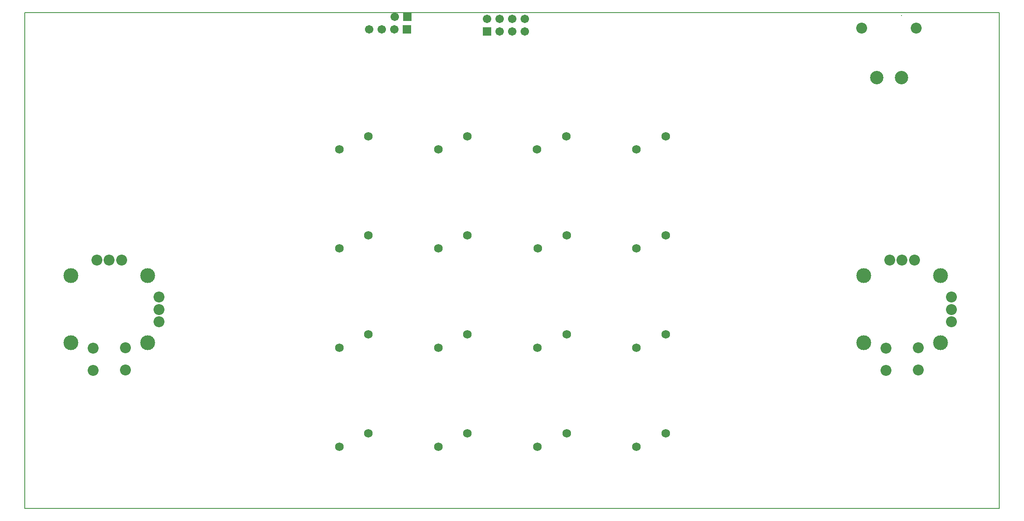
<source format=gbs>
G04*
G04 #@! TF.GenerationSoftware,Altium Limited,Altium Designer,19.0.12 (326)*
G04*
G04 Layer_Color=16711935*
%FSLAX24Y24*%
%MOIN*%
G70*
G01*
G75*
%ADD10C,0.0079*%
%ADD14C,0.0060*%
%ADD100C,0.0680*%
%ADD101C,0.1182*%
%ADD102C,0.0867*%
%ADD103R,0.0671X0.0671*%
%ADD104C,0.0671*%
%ADD105C,0.1064*%
D10*
X88414Y129234D02*
X88430Y129250D01*
D14*
X96180Y121566D02*
Y129440D01*
X18750D02*
X96180D01*
X18750Y127140D02*
Y129440D01*
Y121566D02*
Y127140D01*
Y90070D02*
Y121566D01*
Y90070D02*
X96180D01*
X96180Y121566D02*
X96180Y90070D01*
D100*
X43733Y118584D02*
D03*
X46056Y119628D02*
D03*
X51607Y118584D02*
D03*
X53930Y119628D02*
D03*
X59455Y118572D02*
D03*
X61778Y119616D02*
D03*
X67355Y118584D02*
D03*
X69678Y119628D02*
D03*
X43733Y110710D02*
D03*
X46056Y111754D02*
D03*
X51607Y110710D02*
D03*
X53930Y111754D02*
D03*
X67355Y110710D02*
D03*
X69678Y111754D02*
D03*
X43733Y102836D02*
D03*
X46056Y103880D02*
D03*
X51607Y102836D02*
D03*
X53930Y103880D02*
D03*
X59481Y102836D02*
D03*
X61804Y103880D02*
D03*
X67355Y102836D02*
D03*
X69678Y103880D02*
D03*
X43733Y94962D02*
D03*
X46056Y96006D02*
D03*
X51607Y94962D02*
D03*
X53930Y96006D02*
D03*
X59481Y94962D02*
D03*
X61804Y96006D02*
D03*
X67355Y94962D02*
D03*
X69678Y96006D02*
D03*
X59503Y110705D02*
D03*
X61826Y111749D02*
D03*
D101*
X85404Y103210D02*
D03*
Y108560D02*
D03*
X91506Y103210D02*
D03*
X91506Y108560D02*
D03*
X28514D02*
D03*
X28514Y103210D02*
D03*
X22412Y108560D02*
D03*
Y103210D02*
D03*
D102*
X88456Y109797D02*
D03*
X87472D02*
D03*
X89440D02*
D03*
X92393Y106844D02*
D03*
Y104876D02*
D03*
Y105860D02*
D03*
X87166Y101030D02*
D03*
Y102802D02*
D03*
X89745Y102820D02*
D03*
Y101048D02*
D03*
X85255Y128218D02*
D03*
X89585D02*
D03*
X26753Y101048D02*
D03*
Y102820D02*
D03*
X24174Y102802D02*
D03*
Y101030D02*
D03*
X29401Y105860D02*
D03*
Y104876D02*
D03*
Y106844D02*
D03*
X26448Y109797D02*
D03*
X24480D02*
D03*
X25464D02*
D03*
D103*
X49130Y128130D02*
D03*
X55490Y127950D02*
D03*
X49150Y129130D02*
D03*
D104*
X48130Y128130D02*
D03*
X47130D02*
D03*
X46130D02*
D03*
X55490Y128950D02*
D03*
X56490Y127950D02*
D03*
Y128950D02*
D03*
X57490Y127950D02*
D03*
Y128950D02*
D03*
X58490Y127950D02*
D03*
X58490Y128950D02*
D03*
X48150Y129130D02*
D03*
D105*
X86436Y124282D02*
D03*
X88404Y124281D02*
D03*
M02*

</source>
